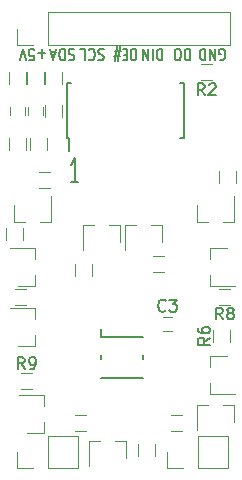
<source format=gto>
G04 #@! TF.GenerationSoftware,KiCad,Pcbnew,(5.0.2)-1*
G04 #@! TF.CreationDate,2018-12-23T17:42:09+09:00*
G04 #@! TF.ProjectId,Nixie_Module_IN-12,4e697869-655f-44d6-9f64-756c655f494e,rev?*
G04 #@! TF.SameCoordinates,Original*
G04 #@! TF.FileFunction,Legend,Top*
G04 #@! TF.FilePolarity,Positive*
%FSLAX46Y46*%
G04 Gerber Fmt 4.6, Leading zero omitted, Abs format (unit mm)*
G04 Created by KiCad (PCBNEW (5.0.2)-1) date 2018/12/23 17:42:09*
%MOMM*%
%LPD*%
G01*
G04 APERTURE LIST*
%ADD10C,0.160000*%
%ADD11C,0.150000*%
%ADD12C,0.120000*%
%ADD13C,0.200000*%
G04 APERTURE END LIST*
D10*
X87477523Y-66794000D02*
X87553714Y-66841619D01*
X87668000Y-66841619D01*
X87782285Y-66794000D01*
X87858476Y-66698761D01*
X87896571Y-66603523D01*
X87934666Y-66413047D01*
X87934666Y-66270190D01*
X87896571Y-66079714D01*
X87858476Y-65984476D01*
X87782285Y-65889238D01*
X87668000Y-65841619D01*
X87591809Y-65841619D01*
X87477523Y-65889238D01*
X87439428Y-65936857D01*
X87439428Y-66270190D01*
X87591809Y-66270190D01*
X87096571Y-65841619D02*
X87096571Y-66841619D01*
X86639428Y-65841619D01*
X86639428Y-66841619D01*
X86258476Y-65841619D02*
X86258476Y-66841619D01*
X86068000Y-66841619D01*
X85953714Y-66794000D01*
X85877523Y-66698761D01*
X85839428Y-66603523D01*
X85801333Y-66413047D01*
X85801333Y-66270190D01*
X85839428Y-66079714D01*
X85877523Y-65984476D01*
X85953714Y-65889238D01*
X86068000Y-65841619D01*
X86258476Y-65841619D01*
X84956571Y-65841619D02*
X84956571Y-66841619D01*
X84766095Y-66841619D01*
X84651809Y-66794000D01*
X84575619Y-66698761D01*
X84537523Y-66603523D01*
X84499428Y-66413047D01*
X84499428Y-66270190D01*
X84537523Y-66079714D01*
X84575619Y-65984476D01*
X84651809Y-65889238D01*
X84766095Y-65841619D01*
X84956571Y-65841619D01*
X84004190Y-66841619D02*
X83851809Y-66841619D01*
X83775619Y-66794000D01*
X83699428Y-66698761D01*
X83661333Y-66508285D01*
X83661333Y-66174952D01*
X83699428Y-65984476D01*
X83775619Y-65889238D01*
X83851809Y-65841619D01*
X84004190Y-65841619D01*
X84080380Y-65889238D01*
X84156571Y-65984476D01*
X84194666Y-66174952D01*
X84194666Y-66508285D01*
X84156571Y-66698761D01*
X84080380Y-66794000D01*
X84004190Y-66841619D01*
X82607047Y-65841619D02*
X82607047Y-66841619D01*
X82416571Y-66841619D01*
X82302285Y-66794000D01*
X82226095Y-66698761D01*
X82188000Y-66603523D01*
X82149904Y-66413047D01*
X82149904Y-66270190D01*
X82188000Y-66079714D01*
X82226095Y-65984476D01*
X82302285Y-65889238D01*
X82416571Y-65841619D01*
X82607047Y-65841619D01*
X81807047Y-65841619D02*
X81807047Y-66841619D01*
X81426095Y-65841619D02*
X81426095Y-66841619D01*
X80968952Y-65841619D01*
X80968952Y-66841619D01*
D11*
X80235333Y-66841619D02*
X80102000Y-66841619D01*
X80035333Y-66794000D01*
X79968666Y-66698761D01*
X79935333Y-66508285D01*
X79935333Y-66174952D01*
X79968666Y-65984476D01*
X80035333Y-65889238D01*
X80102000Y-65841619D01*
X80235333Y-65841619D01*
X80302000Y-65889238D01*
X80368666Y-65984476D01*
X80402000Y-66174952D01*
X80402000Y-66508285D01*
X80368666Y-66698761D01*
X80302000Y-66794000D01*
X80235333Y-66841619D01*
X79635333Y-66365428D02*
X79402000Y-66365428D01*
X79302000Y-65841619D02*
X79635333Y-65841619D01*
X79635333Y-66841619D01*
X79302000Y-66841619D01*
X79035333Y-66508285D02*
X78535333Y-66508285D01*
X78835333Y-66936857D02*
X79035333Y-65651142D01*
X78602000Y-66079714D02*
X79102000Y-66079714D01*
X78802000Y-65651142D02*
X78602000Y-66936857D01*
D10*
X72709619Y-66222571D02*
X72100095Y-66222571D01*
X72404857Y-65841619D02*
X72404857Y-66603523D01*
X71338190Y-66841619D02*
X71719142Y-66841619D01*
X71757238Y-66365428D01*
X71719142Y-66413047D01*
X71642952Y-66460666D01*
X71452476Y-66460666D01*
X71376285Y-66413047D01*
X71338190Y-66365428D01*
X71300095Y-66270190D01*
X71300095Y-66032095D01*
X71338190Y-65936857D01*
X71376285Y-65889238D01*
X71452476Y-65841619D01*
X71642952Y-65841619D01*
X71719142Y-65889238D01*
X71757238Y-65936857D01*
X71071523Y-66841619D02*
X70804857Y-65841619D01*
X70538190Y-66841619D01*
X75139428Y-65889238D02*
X75025142Y-65841619D01*
X74834666Y-65841619D01*
X74758476Y-65889238D01*
X74720380Y-65936857D01*
X74682285Y-66032095D01*
X74682285Y-66127333D01*
X74720380Y-66222571D01*
X74758476Y-66270190D01*
X74834666Y-66317809D01*
X74987047Y-66365428D01*
X75063238Y-66413047D01*
X75101333Y-66460666D01*
X75139428Y-66555904D01*
X75139428Y-66651142D01*
X75101333Y-66746380D01*
X75063238Y-66794000D01*
X74987047Y-66841619D01*
X74796571Y-66841619D01*
X74682285Y-66794000D01*
X74339428Y-65841619D02*
X74339428Y-66841619D01*
X74148952Y-66841619D01*
X74034666Y-66794000D01*
X73958476Y-66698761D01*
X73920380Y-66603523D01*
X73882285Y-66413047D01*
X73882285Y-66270190D01*
X73920380Y-66079714D01*
X73958476Y-65984476D01*
X74034666Y-65889238D01*
X74148952Y-65841619D01*
X74339428Y-65841619D01*
X73577523Y-66127333D02*
X73196571Y-66127333D01*
X73653714Y-65841619D02*
X73387047Y-66841619D01*
X73120380Y-65841619D01*
X77660380Y-65889238D02*
X77546095Y-65841619D01*
X77355619Y-65841619D01*
X77279428Y-65889238D01*
X77241333Y-65936857D01*
X77203238Y-66032095D01*
X77203238Y-66127333D01*
X77241333Y-66222571D01*
X77279428Y-66270190D01*
X77355619Y-66317809D01*
X77508000Y-66365428D01*
X77584190Y-66413047D01*
X77622285Y-66460666D01*
X77660380Y-66555904D01*
X77660380Y-66651142D01*
X77622285Y-66746380D01*
X77584190Y-66794000D01*
X77508000Y-66841619D01*
X77317523Y-66841619D01*
X77203238Y-66794000D01*
X76403238Y-65936857D02*
X76441333Y-65889238D01*
X76555619Y-65841619D01*
X76631809Y-65841619D01*
X76746095Y-65889238D01*
X76822285Y-65984476D01*
X76860380Y-66079714D01*
X76898476Y-66270190D01*
X76898476Y-66413047D01*
X76860380Y-66603523D01*
X76822285Y-66698761D01*
X76746095Y-66794000D01*
X76631809Y-66841619D01*
X76555619Y-66841619D01*
X76441333Y-66794000D01*
X76403238Y-66746380D01*
X75679428Y-65841619D02*
X76060380Y-65841619D01*
X76060380Y-66841619D01*
D12*
G04 #@! TO.C,R13*
X76626000Y-84082000D02*
X76626000Y-85082000D01*
X75266000Y-85082000D02*
X75266000Y-84082000D01*
G04 #@! TO.C,Q9*
X79558000Y-99062000D02*
X78628000Y-99062000D01*
X76398000Y-99062000D02*
X77328000Y-99062000D01*
X76398000Y-99062000D02*
X76398000Y-101222000D01*
X79558000Y-99062000D02*
X79558000Y-100522000D01*
D11*
G04 #@! TO.C,U1*
X77448000Y-90248000D02*
X77448000Y-89548000D01*
X77448000Y-93748000D02*
X80948000Y-93748000D01*
X80948000Y-91748000D02*
X80948000Y-92148000D01*
X77448000Y-91748000D02*
X77448000Y-92148000D01*
X77448000Y-90248000D02*
X80948000Y-90248000D01*
D12*
G04 #@! TO.C,Q11*
X79050000Y-80774000D02*
X78120000Y-80774000D01*
X75890000Y-80774000D02*
X76820000Y-80774000D01*
X75890000Y-80774000D02*
X75890000Y-82934000D01*
X79050000Y-80774000D02*
X79050000Y-82234000D01*
G04 #@! TO.C,Q2*
X88702000Y-96014000D02*
X87772000Y-96014000D01*
X85542000Y-96014000D02*
X86472000Y-96014000D01*
X85542000Y-96014000D02*
X85542000Y-98174000D01*
X88702000Y-96014000D02*
X88702000Y-97474000D01*
G04 #@! TO.C,Q3*
X71880000Y-85908000D02*
X71880000Y-84978000D01*
X71880000Y-82748000D02*
X71880000Y-83678000D01*
X71880000Y-82748000D02*
X69720000Y-82748000D01*
X71880000Y-85908000D02*
X70420000Y-85908000D01*
G04 #@! TO.C,Q4*
X86616000Y-91892000D02*
X86616000Y-92822000D01*
X86616000Y-95052000D02*
X86616000Y-94122000D01*
X86616000Y-95052000D02*
X88776000Y-95052000D01*
X86616000Y-91892000D02*
X88076000Y-91892000D01*
G04 #@! TO.C,Q5*
X71880000Y-90988000D02*
X71880000Y-90058000D01*
X71880000Y-87828000D02*
X71880000Y-88758000D01*
X71880000Y-87828000D02*
X69720000Y-87828000D01*
X71880000Y-90988000D02*
X70420000Y-90988000D01*
G04 #@! TO.C,Q6*
X86616000Y-82748000D02*
X86616000Y-83678000D01*
X86616000Y-85908000D02*
X86616000Y-84978000D01*
X86616000Y-85908000D02*
X88776000Y-85908000D01*
X86616000Y-82748000D02*
X88076000Y-82748000D01*
G04 #@! TO.C,Q7*
X72642000Y-98354000D02*
X72642000Y-97424000D01*
X72642000Y-95194000D02*
X72642000Y-96124000D01*
X72642000Y-95194000D02*
X70482000Y-95194000D01*
X72642000Y-98354000D02*
X71182000Y-98354000D01*
G04 #@! TO.C,Q8*
X85542000Y-80516000D02*
X86472000Y-80516000D01*
X88702000Y-80516000D02*
X87772000Y-80516000D01*
X88702000Y-80516000D02*
X88702000Y-78356000D01*
X85542000Y-80516000D02*
X85542000Y-79056000D01*
G04 #@! TO.C,Q1*
X70048000Y-80516000D02*
X70978000Y-80516000D01*
X73208000Y-80516000D02*
X72278000Y-80516000D01*
X73208000Y-80516000D02*
X73208000Y-78356000D01*
X70048000Y-80516000D02*
X70048000Y-79056000D01*
G04 #@! TO.C,J4*
X75498000Y-101342500D02*
X75498000Y-98682500D01*
X72898000Y-101342500D02*
X75498000Y-101342500D01*
X72898000Y-98682500D02*
X75498000Y-98682500D01*
X72898000Y-101342500D02*
X72898000Y-98682500D01*
X71628000Y-101342500D02*
X70298000Y-101342500D01*
X70298000Y-101342500D02*
X70298000Y-100012500D01*
G04 #@! TO.C,J3*
X88198000Y-101342500D02*
X88198000Y-98682500D01*
X85598000Y-101342500D02*
X88198000Y-101342500D01*
X85598000Y-98682500D02*
X88198000Y-98682500D01*
X85598000Y-101342500D02*
X85598000Y-98682500D01*
X84328000Y-101342500D02*
X82998000Y-101342500D01*
X82998000Y-101342500D02*
X82998000Y-100012500D01*
G04 #@! TO.C,Q10*
X82606000Y-80774000D02*
X81676000Y-80774000D01*
X79446000Y-80774000D02*
X80376000Y-80774000D01*
X79446000Y-80774000D02*
X79446000Y-82934000D01*
X82606000Y-80774000D02*
X82606000Y-82234000D01*
G04 #@! TO.C,J1*
X72948800Y-65550400D02*
X88308800Y-65550400D01*
X88308800Y-65550400D02*
X88308800Y-62770400D01*
X88308800Y-62770400D02*
X72948800Y-62770400D01*
X72948800Y-62770400D02*
X72948800Y-65550400D01*
X71678800Y-65550400D02*
X70288800Y-65550400D01*
X70288800Y-65550400D02*
X70288800Y-64160400D01*
D11*
G04 #@! TO.C,U3*
X74527000Y-73445000D02*
X74752000Y-73445000D01*
X74527000Y-68795000D02*
X74852000Y-68795000D01*
X84477000Y-68795000D02*
X84152000Y-68795000D01*
X84477000Y-73445000D02*
X84152000Y-73445000D01*
X74527000Y-73445000D02*
X74527000Y-68795000D01*
X84477000Y-73445000D02*
X84477000Y-68795000D01*
X74752000Y-73445000D02*
X74752000Y-74520000D01*
D12*
G04 #@! TO.C,C1*
X70958000Y-70770000D02*
X70958000Y-71470000D01*
X69758000Y-71470000D02*
X69758000Y-70770000D01*
G04 #@! TO.C,C2*
X71282000Y-71470000D02*
X71282000Y-70770000D01*
X72482000Y-70770000D02*
X72482000Y-71470000D01*
G04 #@! TO.C,C3*
X82708000Y-88554000D02*
X83408000Y-88554000D01*
X83408000Y-89754000D02*
X82708000Y-89754000D01*
G04 #@! TO.C,R1*
X81960000Y-99322000D02*
X81960000Y-100322000D01*
X80600000Y-100322000D02*
X80600000Y-99322000D01*
G04 #@! TO.C,R2*
X85860000Y-67138000D02*
X86860000Y-67138000D01*
X86860000Y-68498000D02*
X85860000Y-68498000D01*
G04 #@! TO.C,R3*
X72144000Y-76282000D02*
X73144000Y-76282000D01*
X73144000Y-77642000D02*
X72144000Y-77642000D01*
G04 #@! TO.C,R4*
X84320000Y-98216000D02*
X83320000Y-98216000D01*
X83320000Y-96856000D02*
X84320000Y-96856000D01*
G04 #@! TO.C,R5*
X70784000Y-81034000D02*
X70784000Y-82034000D01*
X69424000Y-82034000D02*
X69424000Y-81034000D01*
G04 #@! TO.C,R6*
X88310000Y-89670000D02*
X88310000Y-90670000D01*
X86950000Y-90670000D02*
X86950000Y-89670000D01*
G04 #@! TO.C,R7*
X70112000Y-86188000D02*
X71112000Y-86188000D01*
X71112000Y-87548000D02*
X70112000Y-87548000D01*
G04 #@! TO.C,R8*
X88384000Y-87548000D02*
X87384000Y-87548000D01*
X87384000Y-86188000D02*
X88384000Y-86188000D01*
G04 #@! TO.C,R9*
X71620000Y-94660000D02*
X70620000Y-94660000D01*
X70620000Y-93300000D02*
X71620000Y-93300000D01*
G04 #@! TO.C,R10*
X88818000Y-76208000D02*
X88818000Y-77208000D01*
X87458000Y-77208000D02*
X87458000Y-76208000D01*
G04 #@! TO.C,R11*
X76192000Y-98216000D02*
X75192000Y-98216000D01*
X75192000Y-96856000D02*
X76192000Y-96856000D01*
G04 #@! TO.C,R12*
X81796000Y-83394000D02*
X82796000Y-83394000D01*
X82796000Y-84754000D02*
X81796000Y-84754000D01*
G04 #@! TO.C,R14*
X71038000Y-67814000D02*
X71038000Y-68814000D01*
X69678000Y-68814000D02*
X69678000Y-67814000D01*
G04 #@! TO.C,R15*
X74086000Y-70620000D02*
X74086000Y-71620000D01*
X72726000Y-71620000D02*
X72726000Y-70620000D01*
G04 #@! TO.C,R16*
X72816000Y-73414000D02*
X72816000Y-74414000D01*
X71456000Y-74414000D02*
X71456000Y-73414000D01*
G04 #@! TO.C,R17*
X69678000Y-74414000D02*
X69678000Y-73414000D01*
X71038000Y-73414000D02*
X71038000Y-74414000D01*
G04 #@! TO.C,R18*
X71202000Y-68814000D02*
X71202000Y-67814000D01*
X72562000Y-67814000D02*
X72562000Y-68814000D01*
G04 #@! TO.C,R19*
X74086000Y-67814000D02*
X74086000Y-68814000D01*
X72726000Y-68814000D02*
X72726000Y-67814000D01*
G04 #@! TO.C,U2*
D13*
X75469714Y-77104761D02*
X74898285Y-77104761D01*
X75184000Y-77104761D02*
X75184000Y-75104761D01*
X75088761Y-75390476D01*
X74993523Y-75580952D01*
X74898285Y-75676190D01*
G04 #@! TO.C,C3*
D11*
X82891333Y-88011142D02*
X82843714Y-88058761D01*
X82700857Y-88106380D01*
X82605619Y-88106380D01*
X82462761Y-88058761D01*
X82367523Y-87963523D01*
X82319904Y-87868285D01*
X82272285Y-87677809D01*
X82272285Y-87534952D01*
X82319904Y-87344476D01*
X82367523Y-87249238D01*
X82462761Y-87154000D01*
X82605619Y-87106380D01*
X82700857Y-87106380D01*
X82843714Y-87154000D01*
X82891333Y-87201619D01*
X83224666Y-87106380D02*
X83843714Y-87106380D01*
X83510380Y-87487333D01*
X83653238Y-87487333D01*
X83748476Y-87534952D01*
X83796095Y-87582571D01*
X83843714Y-87677809D01*
X83843714Y-87915904D01*
X83796095Y-88011142D01*
X83748476Y-88058761D01*
X83653238Y-88106380D01*
X83367523Y-88106380D01*
X83272285Y-88058761D01*
X83224666Y-88011142D01*
G04 #@! TO.C,R2*
X86193333Y-69794380D02*
X85860000Y-69318190D01*
X85621904Y-69794380D02*
X85621904Y-68794380D01*
X86002857Y-68794380D01*
X86098095Y-68842000D01*
X86145714Y-68889619D01*
X86193333Y-68984857D01*
X86193333Y-69127714D01*
X86145714Y-69222952D01*
X86098095Y-69270571D01*
X86002857Y-69318190D01*
X85621904Y-69318190D01*
X86574285Y-68889619D02*
X86621904Y-68842000D01*
X86717142Y-68794380D01*
X86955238Y-68794380D01*
X87050476Y-68842000D01*
X87098095Y-68889619D01*
X87145714Y-68984857D01*
X87145714Y-69080095D01*
X87098095Y-69222952D01*
X86526666Y-69794380D01*
X87145714Y-69794380D01*
G04 #@! TO.C,R6*
X86632380Y-90336666D02*
X86156190Y-90670000D01*
X86632380Y-90908095D02*
X85632380Y-90908095D01*
X85632380Y-90527142D01*
X85680000Y-90431904D01*
X85727619Y-90384285D01*
X85822857Y-90336666D01*
X85965714Y-90336666D01*
X86060952Y-90384285D01*
X86108571Y-90431904D01*
X86156190Y-90527142D01*
X86156190Y-90908095D01*
X85632380Y-89479523D02*
X85632380Y-89670000D01*
X85680000Y-89765238D01*
X85727619Y-89812857D01*
X85870476Y-89908095D01*
X86060952Y-89955714D01*
X86441904Y-89955714D01*
X86537142Y-89908095D01*
X86584761Y-89860476D01*
X86632380Y-89765238D01*
X86632380Y-89574761D01*
X86584761Y-89479523D01*
X86537142Y-89431904D01*
X86441904Y-89384285D01*
X86203809Y-89384285D01*
X86108571Y-89431904D01*
X86060952Y-89479523D01*
X86013333Y-89574761D01*
X86013333Y-89765238D01*
X86060952Y-89860476D01*
X86108571Y-89908095D01*
X86203809Y-89955714D01*
G04 #@! TO.C,R8*
X87717333Y-88770380D02*
X87384000Y-88294190D01*
X87145904Y-88770380D02*
X87145904Y-87770380D01*
X87526857Y-87770380D01*
X87622095Y-87818000D01*
X87669714Y-87865619D01*
X87717333Y-87960857D01*
X87717333Y-88103714D01*
X87669714Y-88198952D01*
X87622095Y-88246571D01*
X87526857Y-88294190D01*
X87145904Y-88294190D01*
X88288761Y-88198952D02*
X88193523Y-88151333D01*
X88145904Y-88103714D01*
X88098285Y-88008476D01*
X88098285Y-87960857D01*
X88145904Y-87865619D01*
X88193523Y-87818000D01*
X88288761Y-87770380D01*
X88479238Y-87770380D01*
X88574476Y-87818000D01*
X88622095Y-87865619D01*
X88669714Y-87960857D01*
X88669714Y-88008476D01*
X88622095Y-88103714D01*
X88574476Y-88151333D01*
X88479238Y-88198952D01*
X88288761Y-88198952D01*
X88193523Y-88246571D01*
X88145904Y-88294190D01*
X88098285Y-88389428D01*
X88098285Y-88579904D01*
X88145904Y-88675142D01*
X88193523Y-88722761D01*
X88288761Y-88770380D01*
X88479238Y-88770380D01*
X88574476Y-88722761D01*
X88622095Y-88675142D01*
X88669714Y-88579904D01*
X88669714Y-88389428D01*
X88622095Y-88294190D01*
X88574476Y-88246571D01*
X88479238Y-88198952D01*
G04 #@! TO.C,R9*
X70953333Y-92982380D02*
X70620000Y-92506190D01*
X70381904Y-92982380D02*
X70381904Y-91982380D01*
X70762857Y-91982380D01*
X70858095Y-92030000D01*
X70905714Y-92077619D01*
X70953333Y-92172857D01*
X70953333Y-92315714D01*
X70905714Y-92410952D01*
X70858095Y-92458571D01*
X70762857Y-92506190D01*
X70381904Y-92506190D01*
X71429523Y-92982380D02*
X71620000Y-92982380D01*
X71715238Y-92934761D01*
X71762857Y-92887142D01*
X71858095Y-92744285D01*
X71905714Y-92553809D01*
X71905714Y-92172857D01*
X71858095Y-92077619D01*
X71810476Y-92030000D01*
X71715238Y-91982380D01*
X71524761Y-91982380D01*
X71429523Y-92030000D01*
X71381904Y-92077619D01*
X71334285Y-92172857D01*
X71334285Y-92410952D01*
X71381904Y-92506190D01*
X71429523Y-92553809D01*
X71524761Y-92601428D01*
X71715238Y-92601428D01*
X71810476Y-92553809D01*
X71858095Y-92506190D01*
X71905714Y-92410952D01*
G04 #@! TD*
M02*

</source>
